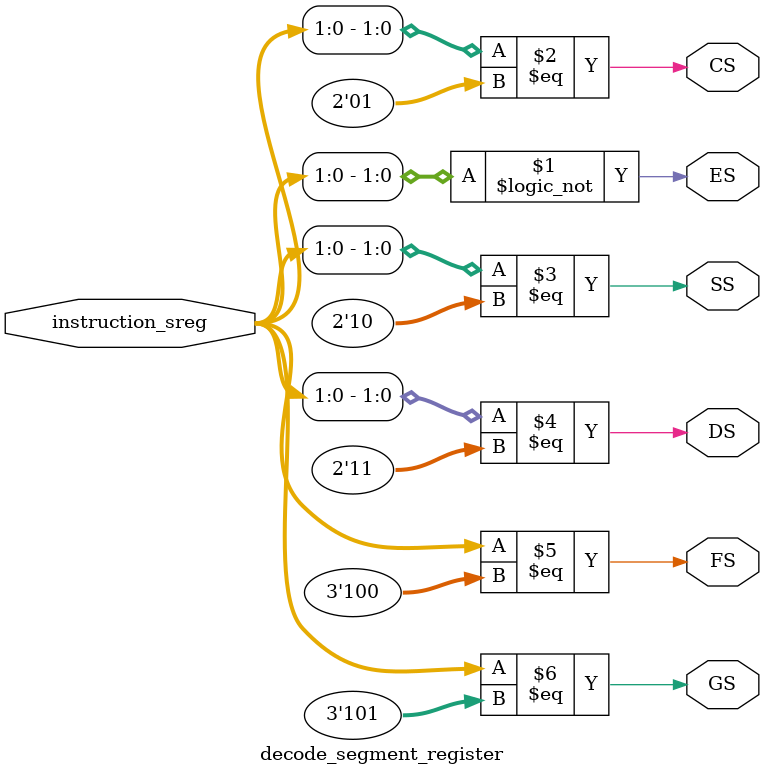
<source format=sv>


// `include "../define.h"
module decode_segment_register #(
    // parameters
) (
    // ports
    input  logic [2:0] instruction_sreg,
    output logic       ES,
    output logic       CS,
    output logic       SS,
    output logic       DS,
    output logic       FS,
    output logic       GS
    // output logic [`reg_seg_sel_info_len-1:0] reg_seg_sel_info
);

assign ES = instruction_sreg[1:0] == 2'b00;
assign CS = instruction_sreg[1:0] == 2'b01;
assign SS = instruction_sreg[1:0] == 2'b10;
assign DS = instruction_sreg[1:0] == 2'b11;
assign FS = instruction_sreg[2:0] == 3'b100;
assign GS = instruction_sreg[2:0] == 3'b101;

// always_comb begin
//     unique casex (sreg_sequence_code)
//         3'b?00 : reg_seg_sel_info <= `reg_seg__ES;
//         3'b?01 : reg_seg_sel_info <= `reg_seg__CS;
//         3'b?10 : reg_seg_sel_info <= `reg_seg__SS;
//         3'b?11 : reg_seg_sel_info <= `reg_seg__DS;
//         3'b100 : reg_seg_sel_info <= `reg_seg__FS;
//         3'b101 : reg_seg_sel_info <= `reg_seg__GS;
//         3'b110 : reg_seg_sel_info <= `reg_seg_NUL;
//         3'b111 : reg_seg_sel_info <= `reg_seg_NUL;
//     endcase
// end

endmodule
</source>
